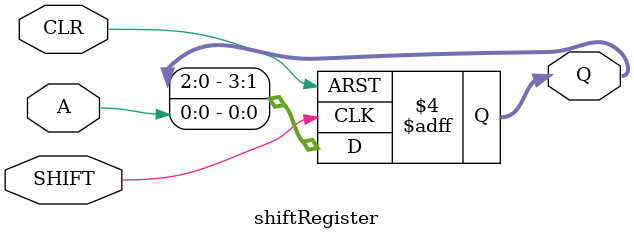
<source format=v>

module shiftRegister (A,Q,SHIFT,CLR);

	parameter N = 4; //declare default value for N
	input A; //declare data input
	input SHIFT, CLR; //declare shift and clear inputs
	output reg [N-1:0] Q; //declare N-bit data output

	integer i; //declare index variable
	
	always @ (posedge SHIFT, negedge CLR) //detect change of clock or clear	
	begin
	
		if (CLR == 1'b0) Q <= 0; //register loaded with all 0’s
		
//		else if (SHIFT == 1'b1)
		else
			begin //shift and load input A
				for (i = 1; i <= N-1; i = i + 1)
					begin Q[i] <= Q[i-1]; end
				Q[0] <= A;
			end
	end
	
endmodule
					
					
	
	
	
</source>
